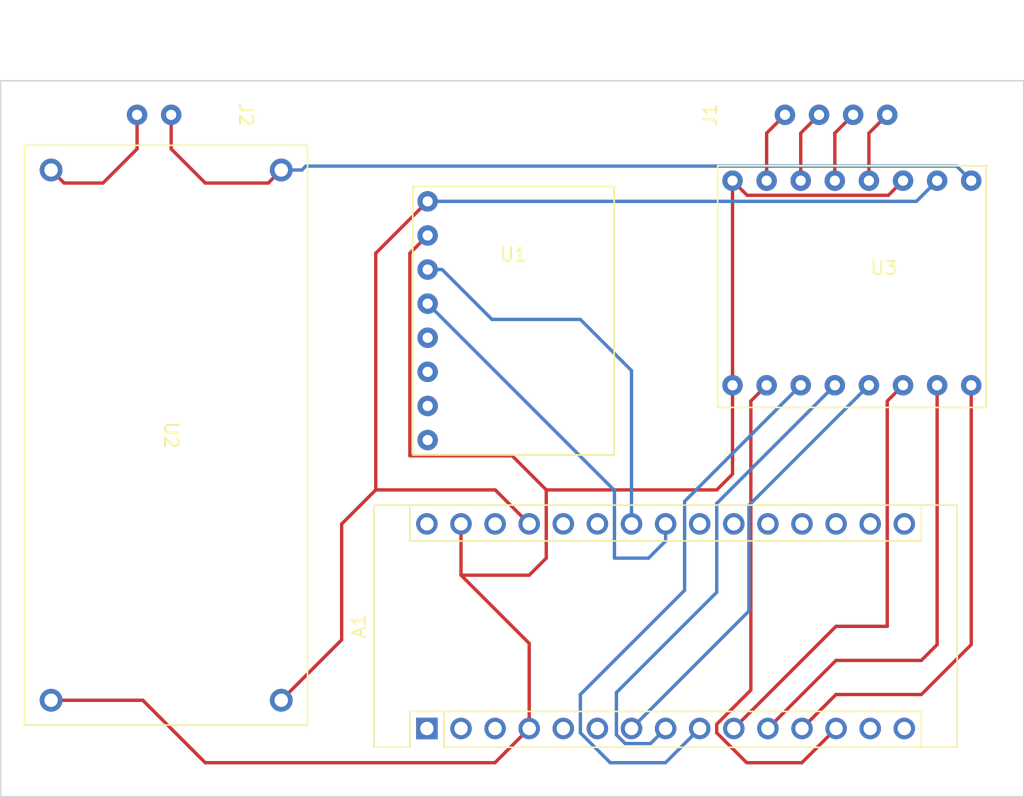
<source format=kicad_pcb>
(kicad_pcb (version 20211014) (generator pcbnew)
  (layers (0 "F.Cu" signal) (31 "B.Cu" signal) (34 "B.Paste" user) (35 "F.Paste" user) (36 "B.SilkS" user "B.Silkscreen") (37 "F.SilkS" user "F.Silkscreen") (38 "B.Mask" user) (39 "F.Mask" user) (44 "Edge.Cuts" user))
  (net 0 "")
  (net 7 "Net-(U3-Pad16)")
  (net 13 "Net-(A1-Pad7)")
  (net 14 "Net-(A1-Pad23)")
  (net 15 "Net-(A1-Pad8)")
  (net 16 "Net-(A1-Pad24)")
  (net 17 "Net-(A1-Pad9)")
  (net 19 "Net-(A1-Pad10)")
  (net 21 "Net-(A1-Pad11)")
  (net 22 "Net-(A1-Pad27)")
  (net 23 "Net-(A1-Pad12)")
  (net 25 "Net-(A1-Pad13)")
  (net 34 "Net-(U3-Pad7)")
  (net 35 "Net-(U3-Pad6)")
  (net 36 "Net-(U3-Pad5)")
  (net 37 "Net-(U3-Pad4)")
  (net 38 "Net-(U2-Pad1)")
  (net 39 "Net-(U2-Pad2)")
  (footprint "conexion_1x4:conex_1x4" (layer "F.Cu") (at 160.02 45.72 90)
    (fp_text reference "J1" (at 0 -0.5 90 unlocked) (layer "F.SilkS"))
    (fp_text value "Screw_Terminal_01x04")
    (pad "1" thru_hole circle (at 0 5.08 90) (size 1.524 1.524) (drill 0.762) (layers *.Cu *.Mask) (net 34 "Net-(U3-Pad7)"))
    (pad "2" thru_hole circle (at 0 7.62 90) (size 1.524 1.524) (drill 0.762) (layers *.Cu *.Mask) (net 35 "Net-(U3-Pad6)"))
    (pad "3" thru_hole circle (at 0 10.16 90) (size 1.524 1.524) (drill 0.762) (layers *.Cu *.Mask) (net 36 "Net-(U3-Pad5)"))
    (pad "4" thru_hole circle (at 0 12.7 90) (size 1.524 1.524) (drill 0.762) (layers *.Cu *.Mask) (net 37 "Net-(U3-Pad4)"))
  )
  (footprint "Module:Arduino_Nano" (layer "F.Cu") (at 138.43 91.43 90)
    (fp_text reference "A1" (at 7.62 -5.08 90) (layer "F.SilkS"))
    (fp_text value "Arduino_Nano_v3.x")
    (fp_line (start 1.27 1.27) (end 1.27 -1.27) (layer "F.SilkS") (width 0.12))
    (fp_line (start -1.4 1.27) (end -1.4 39.5) (layer "F.SilkS") (width 0.12))
    (fp_line (start 1.27 1.27) (end -1.4 1.27) (layer "F.SilkS") (width 0.12))
    (fp_line (start 13.97 -1.27) (end 13.97 36.83) (layer "F.SilkS") (width 0.12))
    (fp_line (start 1.27 36.83) (end -1.4 36.83) (layer "F.SilkS") (width 0.12))
    (fp_line (start -1.4 -3.94) (end -1.4 -1.27) (layer "F.SilkS") (width 0.12))
    (fp_line (start -1.4 39.5) (end 16.64 39.5) (layer "F.SilkS") (width 0.12))
    (fp_line (start 1.27 1.27) (end 1.27 36.83) (layer "F.SilkS") (width 0.12))
    (fp_line (start 1.27 -1.27) (end -1.4 -1.27) (layer "F.SilkS") (width 0.12))
    (fp_line (start 16.64 39.5) (end 16.64 -3.94) (layer "F.SilkS") (width 0.12))
    (fp_line (start 13.97 -1.27) (end 16.64 -1.27) (layer "F.SilkS") (width 0.12))
    (fp_line (start 13.97 36.83) (end 16.64 36.83) (layer "F.SilkS") (width 0.12))
    (fp_line (start 16.64 -3.94) (end -1.4 -3.94) (layer "F.SilkS") (width 0.12))
    (pad "1" thru_hole rect locked (at 0 0 90) (size 1.6 1.6) (drill 1) (layers *.Cu *.Mask))
    (pad "2" thru_hole oval locked (at 0 2.54 90) (size 1.6 1.6) (drill 1) (layers *.Cu *.Mask))
    (pad "3" thru_hole oval locked (at 0 5.08 90) (size 1.6 1.6) (drill 1) (layers *.Cu *.Mask))
    (pad "4" thru_hole oval locked (at 0 7.62 90) (size 1.6 1.6) (drill 1) (layers *.Cu *.Mask) (net 7 "Net-(U3-Pad16)"))
    (pad "5" thru_hole oval locked (at 0 10.16 90) (size 1.6 1.6) (drill 1) (layers *.Cu *.Mask))
    (pad "6" thru_hole oval locked (at 0 12.7 90) (size 1.6 1.6) (drill 1) (layers *.Cu *.Mask))
    (pad "7" thru_hole oval locked (at 0 15.24 90) (size 1.6 1.6) (drill 1) (layers *.Cu *.Mask) (net 13 "Net-(A1-Pad7)"))
    (pad "8" thru_hole oval locked (at 0 17.78 90) (size 1.6 1.6) (drill 1) (layers *.Cu *.Mask) (net 15 "Net-(A1-Pad8)"))
    (pad "9" thru_hole oval locked (at 0 20.32 90) (size 1.6 1.6) (drill 1) (layers *.Cu *.Mask) (net 17 "Net-(A1-Pad9)"))
    (pad "10" thru_hole oval locked (at 0 22.86 90) (size 1.6 1.6) (drill 1) (layers *.Cu *.Mask) (net 19 "Net-(A1-Pad10)"))
    (pad "11" thru_hole oval locked (at 0 25.4 90) (size 1.6 1.6) (drill 1) (layers *.Cu *.Mask) (net 21 "Net-(A1-Pad11)"))
    (pad "12" thru_hole oval locked (at 0 27.94 90) (size 1.6 1.6) (drill 1) (layers *.Cu *.Mask) (net 23 "Net-(A1-Pad12)"))
    (pad "13" thru_hole oval locked (at 0 30.48 90) (size 1.6 1.6) (drill 1) (layers *.Cu *.Mask) (net 25 "Net-(A1-Pad13)"))
    (pad "14" thru_hole oval locked (at 0 33.02 90) (size 1.6 1.6) (drill 1) (layers *.Cu *.Mask))
    (pad "15" thru_hole oval locked (at 0 35.56 90) (size 1.6 1.6) (drill 1) (layers *.Cu *.Mask))
    (pad "16" thru_hole oval locked (at 15.24 35.56 90) (size 1.6 1.6) (drill 1) (layers *.Cu *.Mask))
    (pad "17" thru_hole oval locked (at 15.24 33.02 90) (size 1.6 1.6) (drill 1) (layers *.Cu *.Mask))
    (pad "18" thru_hole oval locked (at 15.24 30.48 90) (size 1.6 1.6) (drill 1) (layers *.Cu *.Mask))
    (pad "19" thru_hole oval locked (at 15.24 27.94 90) (size 1.6 1.6) (drill 1) (layers *.Cu *.Mask))
    (pad "20" thru_hole oval locked (at 15.24 25.4 90) (size 1.6 1.6) (drill 1) (layers *.Cu *.Mask))
    (pad "21" thru_hole oval locked (at 15.24 22.86 90) (size 1.6 1.6) (drill 1) (layers *.Cu *.Mask))
    (pad "22" thru_hole oval locked (at 15.24 20.32 90) (size 1.6 1.6) (drill 1) (layers *.Cu *.Mask))
    (pad "23" thru_hole oval locked (at 15.24 17.78 90) (size 1.6 1.6) (drill 1) (layers *.Cu *.Mask) (net 14 "Net-(A1-Pad23)"))
    (pad "24" thru_hole oval locked (at 15.24 15.24 90) (size 1.6 1.6) (drill 1) (layers *.Cu *.Mask) (net 16 "Net-(A1-Pad24)"))
    (pad "25" thru_hole oval locked (at 15.24 12.7 90) (size 1.6 1.6) (drill 1) (layers *.Cu *.Mask))
    (pad "26" thru_hole oval locked (at 15.24 10.16 90) (size 1.6 1.6) (drill 1) (layers *.Cu *.Mask))
    (pad "27" thru_hole oval locked (at 15.24 7.62 90) (size 1.6 1.6) (drill 1) (layers *.Cu *.Mask) (net 22 "Net-(A1-Pad27)"))
    (pad "28" thru_hole oval locked (at 15.24 5.08 90) (size 1.6 1.6) (drill 1) (layers *.Cu *.Mask))
    (pad "29" thru_hole oval locked (at 15.24 2.54 90) (size 1.6 1.6) (drill 1) (layers *.Cu *.Mask) (net 7 "Net-(U3-Pad16)"))
    (pad "30" thru_hole oval locked (at 15.24 0 90) (size 1.6 1.6) (drill 1) (layers *.Cu *.Mask))
  )
  (footprint "conexion_1x2:conex_1x2" (layer "F.Cu") (at 124.46 45.72 -90)
    (fp_text reference "J2" (at 0 -0.5 -90 unlocked) (layer "F.SilkS"))
    (fp_text value "Screw_Terminal_01x02")
    (pad "1" thru_hole circle (at 0 5.08 270) (size 1.524 1.524) (drill 0.762) (layers *.Cu *.Mask) (net 38 "Net-(U2-Pad1)"))
    (pad "2" thru_hole circle (at 0 7.62 270) (size 1.524 1.524) (drill 0.762) (layers *.Cu *.Mask) (net 39 "Net-(U2-Pad2)"))
  )
  (footprint "mY_dsn2596:My_DSN2596" (layer "F.Cu") (at 119.38 69.58 -90)
    (fp_text reference "U2" (at 0 0 -90 unlocked) (layer "F.SilkS"))
    (fp_text value "DSN2596")
    (fp_rect (start -21.59 -10.16) (end 21.59 10.922) (layer "F.SilkS") (width 0.12) (fill none))
    (pad "1" thru_hole circle (at -19.75 -8.2 270) (size 1.7 1.7) (drill 1) (layers *.Cu *.Mask) (net 38 "Net-(U2-Pad1)"))
    (pad "2" thru_hole circle (at -19.75 8.945 270) (size 1.7 1.7) (drill 1) (layers *.Cu *.Mask) (net 39 "Net-(U2-Pad2)"))
    (pad "3" thru_hole circle (at 19.747 -8.2 270) (size 1.7 1.7) (drill 1) (layers *.Cu *.Mask) (net 22 "Net-(A1-Pad27)"))
    (pad "4" thru_hole circle (at 19.747 8.945 270) (size 1.7 1.7) (drill 1) (layers *.Cu *.Mask) (net 7 "Net-(U3-Pad16)"))
  )
  (footprint "My_TB6612FNG:My_TB6612FNG" (layer "F.Cu") (at 180.085 49.515 -90)
    (fp_text reference "U3" (at 7.62 7.62 unlocked) (layer "F.SilkS"))
    (fp_text value "My_TB6612FNG")
    (fp_rect (start 0 0) (end 18 20) (layer "F.SilkS") (width 0.12) (fill none))
    (pad "1" thru_hole circle (at 1.11 1.11 270) (size 1.524 1.524) (drill 0.762) (layers *.Cu *.Mask) (net 38 "Net-(U2-Pad1)"))
    (pad "2" thru_hole circle (at 1.11 3.65 270) (size 1.524 1.524) (drill 0.762) (layers *.Cu *.Mask) (net 22 "Net-(A1-Pad27)"))
    (pad "3" thru_hole circle (at 1.11 6.19 270) (size 1.524 1.524) (drill 0.762) (layers *.Cu *.Mask) (net 7 "Net-(U3-Pad16)"))
    (pad "4" thru_hole circle (at 1.11 8.73 270) (size 1.524 1.524) (drill 0.762) (layers *.Cu *.Mask) (net 37 "Net-(U3-Pad4)"))
    (pad "5" thru_hole circle (at 1.11 11.27 270) (size 1.524 1.524) (drill 0.762) (layers *.Cu *.Mask) (net 36 "Net-(U3-Pad5)"))
    (pad "6" thru_hole circle (at 1.11 13.81 270) (size 1.524 1.524) (drill 0.762) (layers *.Cu *.Mask) (net 35 "Net-(U3-Pad6)"))
    (pad "7" thru_hole circle (at 1.11 16.35 270) (size 1.524 1.524) (drill 0.762) (layers *.Cu *.Mask) (net 34 "Net-(U3-Pad7)"))
    (pad "8" thru_hole circle (at 1.11 18.89 270) (size 1.524 1.524) (drill 0.762) (layers *.Cu *.Mask) (net 7 "Net-(U3-Pad16)"))
    (pad "9" thru_hole circle (at 16.35 1.11 270) (size 1.524 1.524) (drill 0.762) (layers *.Cu *.Mask) (net 23 "Net-(A1-Pad12)"))
    (pad "10" thru_hole circle (at 16.35 3.65 270) (size 1.524 1.524) (drill 0.762) (layers *.Cu *.Mask) (net 21 "Net-(A1-Pad11)"))
    (pad "11" thru_hole circle (at 16.35 6.19 270) (size 1.524 1.524) (drill 0.762) (layers *.Cu *.Mask) (net 19 "Net-(A1-Pad10)"))
    (pad "12" thru_hole circle (at 16.35 8.73 270) (size 1.524 1.524) (drill 0.762) (layers *.Cu *.Mask) (net 13 "Net-(A1-Pad7)"))
    (pad "13" thru_hole circle (at 16.35 11.27 270) (size 1.524 1.524) (drill 0.762) (layers *.Cu *.Mask) (net 15 "Net-(A1-Pad8)"))
    (pad "14" thru_hole circle (at 16.35 13.81 270) (size 1.524 1.524) (drill 0.762) (layers *.Cu *.Mask) (net 17 "Net-(A1-Pad9)"))
    (pad "15" thru_hole circle (at 16.35 16.35 270) (size 1.524 1.524) (drill 0.762) (layers *.Cu *.Mask) (net 25 "Net-(A1-Pad13)"))
    (pad "16" thru_hole circle (at 16.35 18.89 270) (size 1.524 1.524) (drill 0.762) (layers *.Cu *.Mask) (net 7 "Net-(U3-Pad16)"))
  )
  (footprint "My_MPU:My_MPU" (layer "F.Cu") (at 137.375 51.055)
    (fp_text reference "U1" (at 7.5 5.08 unlocked) (layer "F.SilkS"))
    (fp_text value "My_MPU")
    (fp_rect (start 0 0) (end 15 20) (layer "F.SilkS") (width 0.12) (fill none))
    (pad "1" thru_hole circle (at 1.11 1.11) (size 1.524 1.524) (drill 0.762) (layers *.Cu *.Mask) (net 22 "Net-(A1-Pad27)"))
    (pad "2" thru_hole circle (at 1.11 3.65) (size 1.524 1.524) (drill 0.762) (layers *.Cu *.Mask) (net 7 "Net-(U3-Pad16)"))
    (pad "3" thru_hole circle (at 1.11 6.19) (size 1.524 1.524) (drill 0.762) (layers *.Cu *.Mask) (net 16 "Net-(A1-Pad24)"))
    (pad "4" thru_hole circle (at 1.11 8.73) (size 1.524 1.524) (drill 0.762) (layers *.Cu *.Mask) (net 14 "Net-(A1-Pad23)"))
    (pad "5" thru_hole circle (at 1.11 11.27) (size 1.524 1.524) (drill 0.762) (layers *.Cu *.Mask))
    (pad "6" thru_hole circle (at 1.11 13.81) (size 1.524 1.524) (drill 0.762) (layers *.Cu *.Mask))
    (pad "7" thru_hole circle (at 1.11 16.35) (size 1.524 1.524) (drill 0.762) (layers *.Cu *.Mask))
    (pad "8" thru_hole circle (at 1.11 18.89) (size 1.524 1.524) (drill 0.762) (layers *.Cu *.Mask))
  )
  (gr_line (start 182.88 96.52) (end 106.68 96.52) (layer "Edge.Cuts") (width 0.1))
  (gr_line (start 182.88 43.18) (end 182.88 96.52) (layer "Edge.Cuts") (width 0.1))
  (gr_line (start 106.68 43.18) (end 182.88 43.18) (layer "Edge.Cuts") (width 0.1))
  (gr_line (start 106.68 96.52) (end 106.68 43.18) (layer "Edge.Cuts") (width 0.1))
  (segment (start 137.16 71.12) (end 144.78 71.12) (width 0.25) (layer "F.Cu") (net 7))
  (segment (start 117.267 89.327) (end 121.92 93.98) (width 0.25) (layer "F.Cu") (net 7))
  (segment (start 110.435 89.327) (end 117.267 89.327) (width 0.25) (layer "F.Cu") (net 7))
  (segment (start 143.5 93.98) (end 146.05 91.43) (width 0.25) (layer "F.Cu") (net 7))
  (segment (start 161.195 50.625) (end 162.281511 51.711511) (width 0.25) (layer "F.Cu") (net 7))
  (segment (start 138.485 54.705) (end 137.16 56.03) (width 0.25) (layer "F.Cu") (net 7))
  (segment (start 172.808489 51.711511) (end 173.895 50.625) (width 0.25) (layer "F.Cu") (net 7))
  (segment (start 147.32 78.74) (end 146.05 80.01) (width 0.25) (layer "F.Cu") (net 7))
  (segment (start 146.05 80.01) (end 140.97 80.01) (width 0.25) (layer "F.Cu") (net 7))
  (segment (start 146.05 85.09) (end 146.05 91.43) (width 0.25) (layer "F.Cu") (net 7))
  (segment (start 161.195 65.865) (end 161.195 50.625) (width 0.25) (layer "F.Cu") (net 7))
  (segment (start 121.92 93.98) (end 143.5 93.98) (width 0.25) (layer "F.Cu") (net 7))
  (segment (start 161.195 65.865) (end 161.195 72.485) (width 0.25) (layer "F.Cu") (net 7))
  (segment (start 144.78 71.12) (end 147.32 73.66) (width 0.25) (layer "F.Cu") (net 7))
  (segment (start 140.97 76.19) (end 140.97 80.01) (width 0.25) (layer "F.Cu") (net 7))
  (segment (start 162.281511 51.711511) (end 172.808489 51.711511) (width 0.25) (layer "F.Cu") (net 7))
  (segment (start 161.195 72.485) (end 160.02 73.66) (width 0.25) (layer "F.Cu") (net 7))
  (segment (start 147.32 73.66) (end 147.32 78.74) (width 0.25) (layer "F.Cu") (net 7))
  (segment (start 137.16 56.03) (end 137.16 71.12) (width 0.25) (layer "F.Cu") (net 7))
  (segment (start 140.97 80.01) (end 146.05 85.09) (width 0.25) (layer "F.Cu") (net 7))
  (segment (start 160.02 73.66) (end 147.32 73.66) (width 0.25) (layer "F.Cu") (net 7))
  (segment (start 162.414511 82.685489) (end 153.67 91.43) (width 0.25) (layer "B.Cu") (net 13))
  (segment (start 162.414511 74.805489) (end 162.414511 82.685489) (width 0.25) (layer "B.Cu") (net 13))
  (segment (start 171.355 65.865) (end 162.414511 74.805489) (width 0.25) (layer "B.Cu") (net 13))
  (segment (start 154.94 78.74) (end 156.21 77.47) (width 0.25) (layer "B.Cu") (net 14))
  (segment (start 156.21 77.47) (end 156.21 76.19) (width 0.25) (layer "B.Cu") (net 14))
  (segment (start 152.4 73.7) (end 152.4 78.74) (width 0.25) (layer "B.Cu") (net 14))
  (segment (start 152.4 78.74) (end 154.94 78.74) (width 0.25) (layer "B.Cu") (net 14))
  (segment (start 138.485 59.785) (end 152.4 73.7) (width 0.25) (layer "B.Cu") (net 14))
  (segment (start 168.815 65.865) (end 160.02 74.66) (width 0.25) (layer "B.Cu") (net 15))
  (segment (start 160.02 74.66) (end 160.02 81.28) (width 0.25) (layer "B.Cu") (net 15))
  (segment (start 152.545489 91.895789) (end 153.204211 92.554511) (width 0.25) (layer "B.Cu") (net 15))
  (segment (start 155.085489 92.554511) (end 156.21 91.43) (width 0.25) (layer "B.Cu") (net 15))
  (segment (start 153.204211 92.554511) (end 155.085489 92.554511) (width 0.25) (layer "B.Cu") (net 15))
  (segment (start 160.02 81.28) (end 152.545489 88.754511) (width 0.25) (layer "B.Cu") (net 15))
  (segment (start 152.545489 88.754511) (end 152.545489 91.895789) (width 0.25) (layer "B.Cu") (net 15))
  (segment (start 153.67 64.77) (end 153.67 76.19) (width 0.25) (layer "B.Cu") (net 16))
  (segment (start 138.485 57.245) (end 139.56263 57.245) (width 0.25) (layer "B.Cu") (net 16))
  (segment (start 139.56263 57.245) (end 143.27763 60.96) (width 0.25) (layer "B.Cu") (net 16))
  (segment (start 149.86 60.96) (end 153.67 64.77) (width 0.25) (layer "B.Cu") (net 16))
  (segment (start 143.27763 60.96) (end 149.86 60.96) (width 0.25) (layer "B.Cu") (net 16))
  (segment (start 156.2 93.98) (end 158.75 91.43) (width 0.25) (layer "B.Cu") (net 17))
  (segment (start 157.625489 74.514511) (end 157.625489 81.134511) (width 0.25) (layer "B.Cu") (net 17))
  (segment (start 152.0897 93.98) (end 156.2 93.98) (width 0.25) (layer "B.Cu") (net 17))
  (segment (start 166.275 65.865) (end 157.625489 74.514511) (width 0.25) (layer "B.Cu") (net 17))
  (segment (start 157.625489 81.134511) (end 149.86 88.9) (width 0.25) (layer "B.Cu") (net 17))
  (segment (start 149.86 91.7503) (end 152.0897 93.98) (width 0.25) (layer "B.Cu") (net 17))
  (segment (start 149.86 88.9) (end 149.86 91.7503) (width 0.25) (layer "B.Cu") (net 17))
  (segment (start 168.9 83.82) (end 161.29 91.43) (width 0.25) (layer "F.Cu") (net 19))
  (segment (start 173.895 65.865) (end 172.72 67.04) (width 0.25) (layer "F.Cu") (net 19))
  (segment (start 172.72 83.82) (end 168.9 83.82) (width 0.25) (layer "F.Cu") (net 19))
  (segment (start 172.72 67.04) (end 172.72 83.82) (width 0.25) (layer "F.Cu") (net 19))
  (segment (start 176.435 65.865) (end 176.435 85.185) (width 0.25) (layer "F.Cu") (net 21))
  (segment (start 176.435 85.185) (end 175.26 86.36) (width 0.25) (layer "F.Cu") (net 21))
  (segment (start 168.9 86.36) (end 163.83 91.43) (width 0.25) (layer "F.Cu") (net 21))
  (segment (start 175.26 86.36) (end 168.9 86.36) (width 0.25) (layer "F.Cu") (net 21))
  (segment (start 127.58 89.327) (end 132.08 84.827) (width 0.25) (layer "F.Cu") (net 22))
  (segment (start 132.08 76.2) (end 134.62 73.66) (width 0.25) (layer "F.Cu") (net 22))
  (segment (start 143.52 73.66) (end 146.05 76.19) (width 0.25) (layer "F.Cu") (net 22))
  (segment (start 138.485 52.165) (end 134.62 56.03) (width 0.25) (layer "F.Cu") (net 22))
  (segment (start 132.08 84.827) (end 132.08 76.2) (width 0.25) (layer "F.Cu") (net 22))
  (segment (start 134.62 73.66) (end 143.52 73.66) (width 0.25) (layer "F.Cu") (net 22))
  (segment (start 134.62 56.03) (end 134.62 73.66) (width 0.25) (layer "F.Cu") (net 22))
  (segment (start 138.485 52.165) (end 174.895 52.165) (width 0.25) (layer "B.Cu") (net 22))
  (segment (start 174.895 52.165) (end 176.435 50.625) (width 0.25) (layer "B.Cu") (net 22))
  (segment (start 178.975 65.865) (end 178.975 85.185) (width 0.25) (layer "F.Cu") (net 23))
  (segment (start 178.975 85.185) (end 175.26 88.9) (width 0.25) (layer "F.Cu") (net 23))
  (segment (start 175.26 88.9) (end 168.9 88.9) (width 0.25) (layer "F.Cu") (net 23))
  (segment (start 168.9 88.9) (end 166.37 91.43) (width 0.25) (layer "F.Cu") (net 23))
  (segment (start 163.735 65.865) (end 162.56 67.04) (width 0.25) (layer "F.Cu") (net 25))
  (segment (start 160.02 91.1097) (end 160.02 91.7503) (width 0.25) (layer "F.Cu") (net 25))
  (segment (start 162.56 88.5697) (end 160.02 91.1097) (width 0.25) (layer "F.Cu") (net 25))
  (segment (start 162.2497 93.98) (end 166.36 93.98) (width 0.25) (layer "F.Cu") (net 25))
  (segment (start 166.36 93.98) (end 168.91 91.43) (width 0.25) (layer "F.Cu") (net 25))
  (segment (start 162.56 67.04) (end 162.56 88.5697) (width 0.25) (layer "F.Cu") (net 25))
  (segment (start 160.02 91.7503) (end 162.2497 93.98) (width 0.25) (layer "F.Cu") (net 25))
  (segment (start 163.735 50.625) (end 163.735 47.085) (width 0.25) (layer "F.Cu") (net 34))
  (segment (start 163.735 47.085) (end 165.1 45.72) (width 0.25) (layer "F.Cu") (net 34))
  (segment (start 166.275 47.085) (end 167.64 45.72) (width 0.25) (layer "F.Cu") (net 35))
  (segment (start 166.275 50.625) (end 166.275 47.085) (width 0.25) (layer "F.Cu") (net 35))
  (segment (start 168.815 47.085) (end 170.18 45.72) (width 0.25) (layer "F.Cu") (net 36))
  (segment (start 168.815 50.625) (end 168.815 47.085) (width 0.25) (layer "F.Cu") (net 36))
  (segment (start 171.355 50.625) (end 171.355 47.085) (width 0.25) (layer "F.Cu") (net 37))
  (segment (start 171.355 47.085) (end 172.72 45.72) (width 0.25) (layer "F.Cu") (net 37))
  (segment (start 126.61 50.8) (end 127.58 49.83) (width 0.25) (layer "F.Cu") (net 38))
  (segment (start 121.92 50.8) (end 126.61 50.8) (width 0.25) (layer "F.Cu") (net 38))
  (segment (start 119.38 48.26) (end 121.92 50.8) (width 0.25) (layer "F.Cu") (net 38))
  (segment (start 119.38 48.26) (end 119.38 45.72) (width 0.25) (layer "F.Cu") (net 38))
  (segment (start 129.12 49.83) (end 127.58 49.83) (width 0.25) (layer "B.Cu") (net 38))
  (segment (start 129.411511 49.538489) (end 129.12 49.83) (width 0.25) (layer "B.Cu") (net 38))
  (segment (start 129.411511 49.538489) (end 177.888489 49.538489) (width 0.25) (layer "B.Cu") (net 38))
  (segment (start 177.888489 49.538489) (end 178.975 50.625) (width 0.25) (layer "B.Cu") (net 38))
  (segment (start 110.435 49.83) (end 111.405 50.8) (width 0.25) (layer "F.Cu") (net 39))
  (segment (start 111.405 50.8) (end 114.3 50.8) (width 0.25) (layer "F.Cu") (net 39))
  (segment (start 116.84 48.26) (end 116.84 45.72) (width 0.25) (layer "F.Cu") (net 39))
  (segment (start 114.3 50.8) (end 116.84 48.26) (width 0.25) (layer "F.Cu") (net 39))
)
</source>
